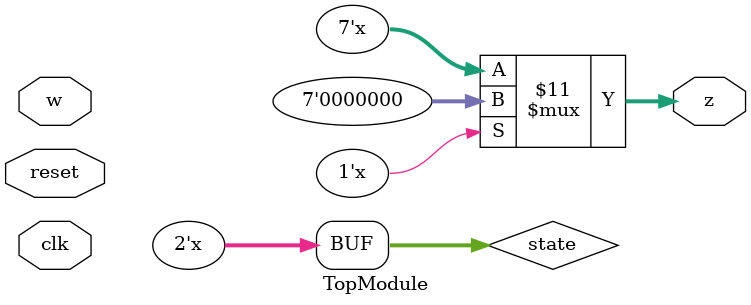
<source format=sv>

module TopModule (
    input clk,
    input reset,
    input w,
    output reg [6:0] z
);

// Define the state table
localparam [1:0] states = 2'b00;
localparam [4:0] A = 2'b0000;
localparam [4:0] B = 2'b0010;
localparam [4:0] C = 2'b0100;
localparam [4:0] D = 2'b1000;
localparam [4:0] E = 2'b1100;
localparam [4:0] F = 2'b1110;

localparam NEXT_A = A;
localparam NEXT_B = B;
localparam NEXT_C = C;
localparam NEXT_D = D;
localparam NEXT_E = E;
localparam NEXT_F = F;

// State flip-flops
reg [1:0] state;

always @(*)
    case(state)
        states[1]: if(w == 1) state = A; else state = B;
        states[0]: if(w == 1) state = C; else state = D;
    endcase

// Output mapping
localparam [6:0] Z_A = {2'b00, A[3], A[2], A[1], A[0]};
localparam [6:0] Z_B = {2'b01, B[3], B[2], B[1], B[0]};
localparam [6:0] Z_C = {2'b10, C[3], C[2], C[1], C[0]};
localparam [6:0] Z_D = {2'b11, D[3], D[2], D[1], D[0]};
localparam [6:0] Z_E = {4'b0111, E[2], E[1], E[0]};
localparam [6:0] Z_F = {5'b11010, F[1], F[0]};

always @(*)
    case(state)
        states: z <= Z_A;
        A: if(w == 1) z <= Z_B; else z <= Z_A;
        C: if(w == 1) z <= Z_F; else z <= Z_C;
        D: if(w == 1) z <= Z_E; else z <= Z_D;
    endcase

// Reset logic
always @(posedge clk)
    if(reset) 
        state <= states;

endmodule

// VERILOG-EVAL: errant inclusion of module definition

</source>
